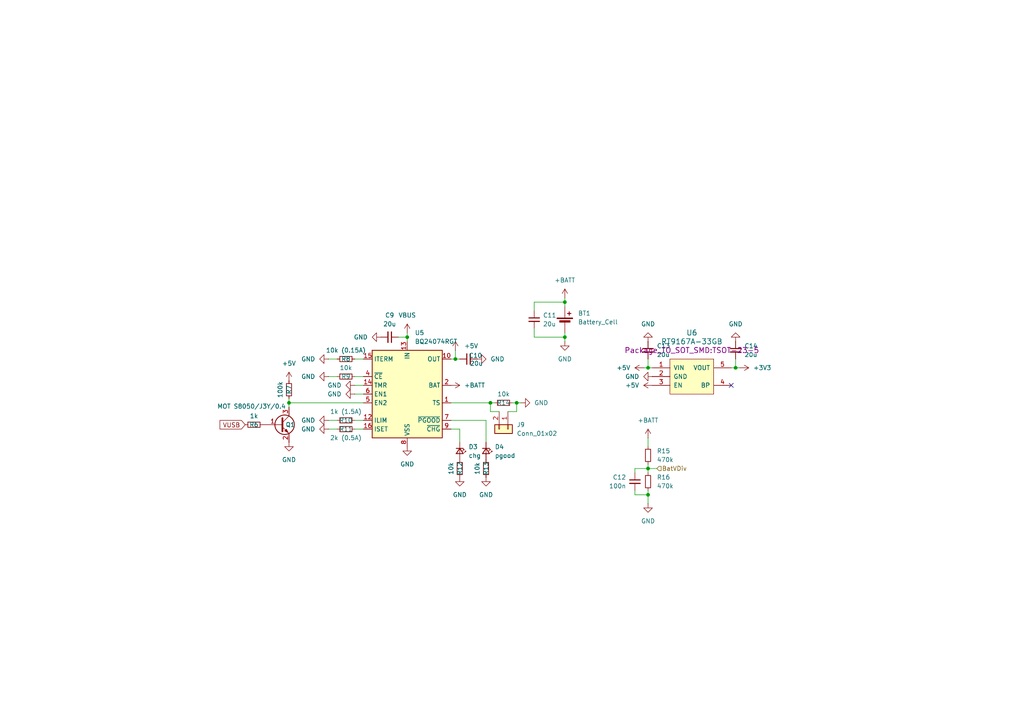
<source format=kicad_sch>
(kicad_sch (version 20231120) (generator "eeschema") (generator_version "8.0")
  (paper "A4")
  (lib_symbols
    (symbol "Battery_Management:BQ24074RGT"
      (property "Reference" "U" (at -8.89 13.97 0))
      (property "Value" "BQ24074RGT" (at 16.51 13.97 0))
      (symbol "BQ24074RGT_0_1"
        (rectangle (start -10.16 12.7) (end 10.16 -12.7) (stroke (width 0.254)) (fill (type background)))
      )
      (symbol "BQ24074RGT_1_1"
        (pin passive line (at 12.7 -2.54 180) (length 2.54) (name "TS") (number "1"))
        (pin power_out line (at 12.7 10.16 180) (length 2.54) (name "OUT") (number "10"))
        (pin passive line (at 12.7 10.16 180) (length 2.54) hide (name "OUT") (number "11"))
        (pin passive line (at -12.7 -7.62 0) (length 2.54) (name "ILIM") (number "12"))
        (pin power_in line (at 0 15.24 270) (length 2.54) (name "IN") (number "13"))
        (pin input line (at -12.7 2.54 0) (length 2.54) (name "TMR") (number "14"))
        (pin input line (at -12.7 10.16 0) (length 2.54) (name "ITERM") (number "15"))
        (pin passive line (at -12.7 -10.16 0) (length 2.54) (name "ISET") (number "16"))
        (pin passive line (at 0 -15.24 90) (length 2.54) hide (name "VSS") (number "17"))
        (pin power_out line (at 12.7 2.54 180) (length 2.54) (name "BAT") (number "2"))
        (pin passive line (at 12.7 2.54 180) (length 2.54) hide (name "BAT") (number "3"))
        (pin input line (at -12.7 5.08 0) (length 2.54) (name "~{CE}") (number "4"))
        (pin input line (at -12.7 -2.54 0) (length 2.54) (name "EN2") (number "5"))
        (pin input line (at -12.7 0 0) (length 2.54) (name "EN1") (number "6"))
        (pin open_collector line (at 12.7 -7.62 180) (length 2.54) (name "~{PGOOD}") (number "7"))
        (pin power_in line (at 0 -15.24 90) (length 2.54) (name "VSS") (number "8"))
        (pin open_collector line (at 12.7 -10.16 180) (length 2.54) (name "~{CHG}") (number "9"))
      )
    )
    (symbol "Connector_Generic:Conn_01x02" (pin_names (offset 1.016) hide)
      (property "Reference" "J" (at 0 2.54 0))
      (property "Value" "Conn_01x02" (at 0 -5.08 0))
      (symbol "Conn_01x02_1_1"
        (rectangle (start -1.27 -2.413) (end 0 -2.667) (stroke (width 0.1524)))
        (rectangle (start -1.27 0.127) (end 0 -0.127) (stroke (width 0.1524)))
        (rectangle (start -1.27 1.27) (end 1.27 -3.81) (stroke (width 0.254)) (fill (type background)))
        (pin passive line (at -5.08 0 0) (length 3.81) (name "Pin_1") (number "1"))
        (pin passive line (at -5.08 -2.54 0) (length 3.81) (name "Pin_2") (number "2"))
      )
    )
    (symbol "Device:Battery_Cell" (pin_numbers hide) (pin_names (offset 0) hide)
      (property "Reference" "BT" (at 2.54 2.54 0))
      (property "Value" "Battery_Cell" (at 2.54 0 0))
      (symbol "Battery_Cell_0_1"
        (rectangle (start -2.286 1.778) (end 2.286 1.524) (fill (type outline)))
        (rectangle (start -1.524 1.016) (end 1.524 0.508) (fill (type outline)))
        (polyline (pts (xy 0 0.762) (xy 0 0)))
        (polyline (pts (xy 0 1.778) (xy 0 2.54)))
        (polyline (pts (xy 0.762 3.048) (xy 1.778 3.048)) (stroke (width 0.254)))
        (polyline (pts (xy 1.27 3.556) (xy 1.27 2.54)) (stroke (width 0.254)))
      )
      (symbol "Battery_Cell_1_1"
        (pin passive line (at 0 5.08 270) (length 2.54) (name "+") (number "1"))
        (pin passive line (at 0 -2.54 90) (length 2.54) (name "-") (number "2"))
      )
    )
    (symbol "Device:C_Small" (pin_numbers hide) (pin_names (offset 0.254) hide)
      (property "Reference" "C" (at 0.254 1.778 0))
      (property "Value" "C_Small" (at 0.254 -2.032 0))
      (symbol "C_Small_0_1"
        (polyline (pts (xy -1.524 -0.508) (xy 1.524 -0.508)) (stroke (width 0.3302)))
        (polyline (pts (xy -1.524 0.508) (xy 1.524 0.508)) (stroke (width 0.3048)))
      )
      (symbol "C_Small_1_1"
        (pin passive line (at 0 2.54 270) (length 2.032) (name "~") (number "1"))
        (pin passive line (at 0 -2.54 90) (length 2.032) (name "~") (number "2"))
      )
    )
    (symbol "Device:LED_Small" (pin_numbers hide) (pin_names (offset 0.254) hide)
      (property "Reference" "D" (at -1.27 3.175 0))
      (property "Value" "LED_Small" (at -4.445 -2.54 0))
      (symbol "LED_Small_0_1"
        (polyline (pts (xy -0.762 -1.016) (xy -0.762 1.016)) (stroke (width 0.254)))
        (polyline (pts (xy 1.016 0) (xy -0.762 0)))
        (polyline (pts (xy 0.762 -1.016) (xy -0.762 0) (xy 0.762 1.016) (xy 0.762 -1.016)) (stroke (width 0.254)))
        (polyline (pts (xy 0 0.762) (xy -0.508 1.27) (xy -0.254 1.27) (xy -0.508 1.27) (xy -0.508 1.016)))
        (polyline (pts (xy 0.508 1.27) (xy 0 1.778) (xy 0.254 1.778) (xy 0 1.778) (xy 0 1.524)))
      )
      (symbol "LED_Small_1_1"
        (pin passive line (at -2.54 0 0) (length 1.778) (name "K") (number "1"))
        (pin passive line (at 2.54 0 180) (length 1.778) (name "A") (number "2"))
      )
    )
    (symbol "Device:Q_NPN_BEC" (pin_names (offset 0) hide)
      (property "Reference" "Q" (at 5.08 1.27 0))
      (property "Value" "Q_NPN_BEC" (at 5.08 -1.27 0))
      (symbol "Q_NPN_BEC_0_1"
        (polyline (pts (xy 0.635 0.635) (xy 2.54 2.54)))
        (polyline (pts (xy 0.635 -0.635) (xy 2.54 -2.54) (xy 2.54 -2.54)))
        (polyline (pts (xy 0.635 1.905) (xy 0.635 -1.905) (xy 0.635 -1.905)) (stroke (width 0.508)))
        (polyline (pts (xy 1.27 -1.778) (xy 1.778 -1.27) (xy 2.286 -2.286) (xy 1.27 -1.778) (xy 1.27 -1.778)) (fill (type outline)))
        (circle (center 1.27 0) (radius 2.8194) (stroke (width 0.254)))
      )
      (symbol "Q_NPN_BEC_1_1"
        (pin input line (at -5.08 0 0) (length 5.715) (name "B") (number "1"))
        (pin passive line (at 2.54 -5.08 90) (length 2.54) (name "E") (number "2"))
        (pin passive line (at 2.54 5.08 270) (length 2.54) (name "C") (number "3"))
      )
    )
    (symbol "Device:R_Small" (pin_numbers hide) (pin_names (offset 0.254) hide)
      (property "Reference" "R" (at 0.762 0.508 0))
      (property "Value" "R_Small" (at 0.762 -1.016 0))
      (symbol "R_Small_0_1"
        (rectangle (start -0.762 1.778) (end 0.762 -1.778) (stroke (width 0.2032)))
      )
      (symbol "R_Small_1_1"
        (pin passive line (at 0 2.54 270) (length 0.762) (name "~") (number "1"))
        (pin passive line (at 0 -2.54 90) (length 0.762) (name "~") (number "2"))
      )
    )
    (symbol "power:+3V3" (power) (pin_numbers hide) (pin_names (offset 0) hide)
      (property "Value" "+3V3" (at 0 3.556 0))
      (symbol "+3V3_0_1"
        (polyline (pts (xy -0.762 1.27) (xy 0 2.54)))
        (polyline (pts (xy 0 0) (xy 0 2.54)))
        (polyline (pts (xy 0 2.54) (xy 0.762 1.27)))
      )
      (symbol "+3V3_1_1"
        (pin power_in line (at 0 0 90) (length 0) (name "~") (number "1"))
      )
    )
    (symbol "power:+5V" (power) (pin_numbers hide) (pin_names (offset 0) hide)
      (property "Value" "+5V" (at 0 3.556 0))
      (symbol "+5V_0_1"
        (polyline (pts (xy -0.762 1.27) (xy 0 2.54)))
        (polyline (pts (xy 0 0) (xy 0 2.54)))
        (polyline (pts (xy 0 2.54) (xy 0.762 1.27)))
      )
      (symbol "+5V_1_1"
        (pin power_in line (at 0 0 90) (length 0) (name "~") (number "1"))
      )
    )
    (symbol "power:+BATT" (power) (pin_numbers hide) (pin_names (offset 0) hide)
      (property "Value" "+BATT" (at 0 3.556 0))
      (symbol "+BATT_0_1"
        (polyline (pts (xy -0.762 1.27) (xy 0 2.54)))
        (polyline (pts (xy 0 0) (xy 0 2.54)))
        (polyline (pts (xy 0 2.54) (xy 0.762 1.27)))
      )
      (symbol "+BATT_1_1"
        (pin power_in line (at 0 0 90) (length 0) (name "~") (number "1"))
      )
    )
    (symbol "power:GND" (power) (pin_numbers hide) (pin_names (offset 0) hide)
      (property "Value" "GND" (at 0 -3.81 0))
      (symbol "GND_0_1"
        (polyline (pts (xy 0 0) (xy 0 -1.27) (xy 1.27 -1.27) (xy 0 -2.54) (xy -1.27 -1.27) (xy 0 -1.27)))
      )
      (symbol "GND_1_1"
        (pin power_in line (at 0 0 270) (length 0) (name "~") (number "1"))
      )
    )
    (symbol "power:VBUS" (power) (pin_numbers hide) (pin_names (offset 0) hide)
      (property "Value" "VBUS" (at 0 3.556 0))
      (symbol "VBUS_0_1"
        (polyline (pts (xy -0.762 1.27) (xy 0 2.54)))
        (polyline (pts (xy 0 0) (xy 0 2.54)))
        (polyline (pts (xy 0 2.54) (xy 0.762 1.27)))
      )
      (symbol "VBUS_1_1"
        (pin power_in line (at 0 0 90) (length 0) (name "~") (number "1"))
      )
    )
    (symbol "wirmo_power:RT9167A-xxxB" (pin_names (offset 1.016))
      (property "Reference" "U" (at 0 -6.35 0))
      (property "Value" "RT9167A-xxxB" (at 0 6.35 0))
      (property "Footprint" "Package_TO_SOT_SMD:TSOT-23-5" (at 0 16.51 0))
      (symbol "RT9167A-xxxB_0_1"
        (rectangle (start -6.35 5.08) (end 6.35 -5.08) (fill (type background)))
      )
      (symbol "RT9167A-xxxB_1_1"
        (pin input line (at -11.43 2.54 0) (length 5.08) (name "VIN") (number "1"))
        (pin input line (at -11.43 0 0) (length 5.08) (name "GND") (number "2"))
        (pin input line (at -11.43 -2.54 0) (length 5.08) (name "EN") (number "3"))
        (pin input line (at 11.43 -2.54 180) (length 5.08) (name "BP") (number "4"))
        (pin input line (at 11.43 2.54 180) (length 5.08) (name "VOUT") (number "5"))
      )
    )
  )
  (junction (at 149.86 116.84))
  (junction (at 163.83 97.79))
  (junction (at 163.83 87.63))
  (junction (at 213.36 106.68))
  (junction (at 187.96 135.89))
  (junction (at 132.08 104.14))
  (junction (at 187.96 143.51))
  (junction (at 83.82 116.84))
  (junction (at 118.11 97.79))
  (junction (at 187.96 106.68))
  (junction (at 142.24 116.84))
  (no_connect (at 212.09 111.76))
  (wire (pts (xy 151.13 116.84) (xy 149.86 116.84)))
  (wire (pts (xy 154.94 97.79) (xy 163.83 97.79)))
  (wire (pts (xy 163.83 97.79) (xy 163.83 96.52)))
  (wire (pts (xy 118.11 97.79) (xy 118.11 99.06)))
  (wire (pts (xy 149.86 116.84) (xy 148.59 116.84)))
  (wire (pts (xy 163.83 86.36) (xy 163.83 87.63)))
  (wire (pts (xy 187.96 146.05) (xy 187.96 143.51)))
  (wire (pts (xy 102.87 121.92) (xy 105.41 121.92)))
  (wire (pts (xy 102.87 109.22) (xy 105.41 109.22)))
  (wire (pts (xy 149.86 119.38) (xy 149.86 116.84)))
  (wire (pts (xy 154.94 90.17) (xy 154.94 87.63)))
  (wire (pts (xy 95.25 124.46) (xy 97.79 124.46)))
  (wire (pts (xy 83.82 116.84) (xy 105.41 116.84)))
  (wire (pts (xy 130.81 124.46) (xy 133.35 124.46)))
  (wire (pts (xy 140.97 121.92) (xy 140.97 128.27)))
  (wire (pts (xy 132.08 101.6) (xy 132.08 104.14)))
  (wire (pts (xy 132.08 104.14) (xy 130.81 104.14)))
  (wire (pts (xy 102.87 104.14) (xy 105.41 104.14)))
  (wire (pts (xy 187.96 127) (xy 187.96 129.54)))
  (wire (pts (xy 133.35 124.46) (xy 133.35 128.27)))
  (wire (pts (xy 115.57 97.79) (xy 118.11 97.79)))
  (wire (pts (xy 187.96 135.89) (xy 187.96 137.16)))
  (wire (pts (xy 95.25 104.14) (xy 97.79 104.14)))
  (wire (pts (xy 95.25 121.92) (xy 97.79 121.92)))
  (wire (pts (xy 133.35 104.14) (xy 132.08 104.14)))
  (wire (pts (xy 213.36 104.14) (xy 213.36 106.68)))
  (wire (pts (xy 95.25 109.22) (xy 97.79 109.22)))
  (wire (pts (xy 187.96 134.62) (xy 187.96 135.89)))
  (wire (pts (xy 184.15 135.89) (xy 187.96 135.89)))
  (wire (pts (xy 154.94 95.25) (xy 154.94 97.79)))
  (wire (pts (xy 184.15 137.16) (xy 184.15 135.89)))
  (wire (pts (xy 118.11 96.52) (xy 118.11 97.79)))
  (wire (pts (xy 83.82 116.84) (xy 83.82 118.11)))
  (wire (pts (xy 214.63 106.68) (xy 213.36 106.68)))
  (wire (pts (xy 187.96 104.14) (xy 187.96 106.68)))
  (wire (pts (xy 154.94 87.63) (xy 163.83 87.63)))
  (wire (pts (xy 142.24 119.38) (xy 142.24 116.84)))
  (wire (pts (xy 187.96 106.68) (xy 189.23 106.68)))
  (wire (pts (xy 143.51 116.84) (xy 142.24 116.84)))
  (wire (pts (xy 144.78 119.38) (xy 142.24 119.38)))
  (wire (pts (xy 190.5 135.89) (xy 187.96 135.89)))
  (wire (pts (xy 187.96 143.51) (xy 187.96 142.24)))
  (wire (pts (xy 184.15 143.51) (xy 187.96 143.51)))
  (wire (pts (xy 102.87 114.3) (xy 105.41 114.3)))
  (wire (pts (xy 130.81 116.84) (xy 142.24 116.84)))
  (wire (pts (xy 130.81 121.92) (xy 140.97 121.92)))
  (wire (pts (xy 83.82 115.57) (xy 83.82 116.84)))
  (wire (pts (xy 102.87 111.76) (xy 105.41 111.76)))
  (wire (pts (xy 147.32 119.38) (xy 149.86 119.38)))
  (wire (pts (xy 163.83 87.63) (xy 163.83 88.9)))
  (wire (pts (xy 102.87 124.46) (xy 105.41 124.46)))
  (wire (pts (xy 184.15 142.24) (xy 184.15 143.51)))
  (wire (pts (xy 186.69 106.68) (xy 187.96 106.68)))
  (wire (pts (xy 213.36 106.68) (xy 212.09 106.68)))
  (wire (pts (xy 163.83 99.06) (xy 163.83 97.79)))
  (global_label "VUSB" (shape input) (at 71.12 123.19 180) (property "Intersheetrefs" "${INTERSHEET_REFS}" (effects (hide yes))))
  (hierarchical_label "BatVDiv" (shape input) (at 190.5 135.89 0))
  (symbol (lib_id "Device:Battery_Cell") (at 163.83 93.98 0) (unit 1)
    (property "Reference" "BT1" (at 167.64 90.8684 0) (effects (justify left)))
    (property "Value" "Battery_Cell" (at 167.64 93.4084 0) (effects (justify left)))
    (property "Footprint" "wirmo_power:BH-18650-B1BA002" (effects (hide yes)))
    (property "Description" "Single-cell battery" (effects (hide yes)))
  )
  (symbol (lib_id "Device:R_Small") (at 133.35 135.89 180) (unit 1)
    (property "Reference" "R12" (at 133.35 135.89 90))
    (property "Value" "10k" (at 130.81 135.89 90))
    (property "Footprint" "Resistor_SMD:R_0603_1608Metric" (effects (hide yes)))
    (property "Description" "Resistor, small symbol" (effects (hide yes)))
  )
  (symbol (lib_id "power:GND") (at 133.35 138.43 0) (unit 1)
    (property "Reference" "#PWR056" (effects (hide yes)))
    (property "Value" "GND" (at 133.35 143.51 0))
    (property "Description" "Power symbol creates a global label with name \"GND\" , ground" (effects (hide yes)))
  )
  (symbol (lib_id "Battery_Management:BQ24074RGT") (at 118.11 114.3 0) (unit 1)
    (property "Reference" "U5" (at 120.3041 96.52 0) (effects (justify left)))
    (property "Value" "BQ24074RGT" (at 120.3041 99.06 0) (effects (justify left)))
    (property "Footprint" "Package_DFN_QFN:VQFN-16-1EP_3x3mm_P0.5mm_EP1.6x1.6mm" (effects (hide yes)))
    (property "Datasheet" "http://www.ti.com/lit/ds/symlink/bq24074.pdf" (effects (hide yes)))
    (property "Description" "USB-Friendly Li-Ion Battery Charger and Power-Path Management, VQFN-16" (effects (hide yes)))
  )
  (symbol (lib_id "Device:R_Small") (at 83.82 113.03 180) (unit 1)
    (property "Reference" "R7" (at 83.82 113.03 90))
    (property "Value" "100k" (at 81.28 113.03 90))
    (property "Footprint" "Resistor_SMD:R_0603_1608Metric" (effects (hide yes)))
    (property "Description" "Resistor, small symbol" (effects (hide yes)))
  )
  (symbol (lib_id "power:GND") (at 83.82 128.27 0) (unit 1)
    (property "Reference" "#PWR044" (effects (hide yes)))
    (property "Value" "GND" (at 83.82 133.35 0))
    (property "Description" "Power symbol creates a global label with name \"GND\" , ground" (effects (hide yes)))
  )
  (symbol (lib_id "power:GND") (at 95.25 124.46 270) (unit 1)
    (property "Reference" "#PWR048" (effects (hide yes)))
    (property "Value" "GND" (at 91.44 124.4599 90) (effects (justify right)))
    (property "Description" "Power symbol creates a global label with name \"GND\" , ground" (effects (hide yes)))
  )
  (symbol (lib_id "Device:R_Small") (at 100.33 121.92 90) (unit 1)
    (property "Reference" "R10" (at 100.33 121.92 90))
    (property "Value" "1k (1.5A)" (at 100.33 119.38 90))
    (property "Footprint" "Resistor_SMD:R_0603_1608Metric" (effects (hide yes)))
    (property "Description" "Resistor, small symbol" (effects (hide yes)))
  )
  (symbol (lib_id "Device:R_Small") (at 100.33 109.22 90) (unit 1)
    (property "Reference" "R9" (at 100.33 109.22 90))
    (property "Value" "10k" (at 100.33 106.68 90))
    (property "Footprint" "Resistor_SMD:R_0603_1608Metric" (effects (hide yes)))
    (property "Description" "Resistor, small symbol" (effects (hide yes)))
  )
  (symbol (lib_id "Connector_Generic:Conn_01x02") (at 147.32 124.46 270) (unit 1)
    (property "Reference" "J9" (at 149.86 123.1899 90) (effects (justify left)))
    (property "Value" "Conn_01x02" (at 149.86 125.7299 90) (effects (justify left)))
    (property "Footprint" "Connector_PinHeader_2.54mm:PinHeader_1x02_P2.54mm_Vertical" (effects (hide yes)))
    (property "Description" "Generic connector, single row, 01x02, script generated (kicad-library-utils/schlib/autogen/connector/)" (effects (hide yes)))
  )
  (symbol (lib_id "power:GND") (at 163.83 99.06 0) (unit 1)
    (property "Reference" "#PWR061" (effects (hide yes)))
    (property "Value" "GND" (at 163.83 104.14 0))
    (property "Description" "Power symbol creates a global label with name \"GND\" , ground" (effects (hide yes)))
  )
  (symbol (lib_id "Device:R_Small") (at 100.33 104.14 90) (unit 1)
    (property "Reference" "R8" (at 100.33 104.14 90))
    (property "Value" "10k (0.15A)" (at 100.33 101.6 90))
    (property "Footprint" "Resistor_SMD:R_0603_1608Metric" (effects (hide yes)))
    (property "Description" "Resistor, small symbol" (effects (hide yes)))
  )
  (symbol (lib_id "power:GND") (at 138.43 104.14 90) (unit 1)
    (property "Reference" "#PWR057" (effects (hide yes)))
    (property "Value" "GND" (at 142.24 104.1401 90) (effects (justify right)))
    (property "Description" "Power symbol creates a global label with name \"GND\" , ground" (effects (hide yes)))
  )
  (symbol (lib_id "Device:C_Small") (at 113.03 97.79 270) (unit 1)
    (property "Reference" "C9" (at 113.0236 91.44 90))
    (property "Value" "20u" (at 113.0236 93.98 90))
    (property "Footprint" "Capacitor_SMD:C_0603_1608Metric" (effects (hide yes)))
    (property "Description" "Unpolarized capacitor, small symbol" (effects (hide yes)))
  )
  (symbol (lib_id "power:GND") (at 95.25 109.22 270) (unit 1)
    (property "Reference" "#PWR046" (effects (hide yes)))
    (property "Value" "GND" (at 91.44 109.2199 90) (effects (justify right)))
    (property "Description" "Power symbol creates a global label with name \"GND\" , ground" (effects (hide yes)))
  )
  (symbol (lib_id "wirmo_power:RT9167A-xxxB") (at 200.66 109.22 0) (unit 1)
    (property "Reference" "U6" (at 200.66 96.52 0) (effects (font (size 1.524 1.524))))
    (property "Value" "RT9167A-33GB" (at 200.66 99.06 0) (effects (font (size 1.524 1.524))))
    (property "Footprint" "Package_TO_SOT_SMD:TSOT-23-5" (at 200.66 101.6 0) (effects (font (size 1.524 1.524))))
    (property "Description" "Low-Noise, Fixed Output Voltage, 300mA/500mA LDO Regulator" (effects (hide yes)))
  )
  (symbol (lib_id "power:GND") (at 189.23 109.22 270) (unit 1)
    (property "Reference" "#PWR066" (effects (hide yes)))
    (property "Value" "GND" (at 185.42 109.2199 90) (effects (justify right)))
    (property "Description" "Power symbol creates a global label with name \"GND\" , ground" (effects (hide yes)))
  )
  (symbol (lib_id "Device:C_Small") (at 184.15 139.7 0) (mirror y) (unit 1)
    (property "Reference" "C12" (at 181.61 138.4362 0) (effects (justify left)))
    (property "Value" "100n" (at 181.61 140.9762 0) (effects (justify left)))
    (property "Footprint" "Capacitor_SMD:C_0603_1608Metric" (effects (hide yes)))
    (property "Description" "Unpolarized capacitor, small symbol" (effects (hide yes)))
  )
  (symbol (lib_id "power:+BATT") (at 163.83 86.36 0) (unit 1)
    (property "Reference" "#PWR060" (effects (hide yes)))
    (property "Value" "+BATT" (at 163.83 81.28 0))
    (property "Description" "Power symbol creates a global label with name \"+BATT\"" (effects (hide yes)))
  )
  (symbol (lib_id "power:+5V") (at 83.82 110.49 0) (unit 1)
    (property "Reference" "#PWR043" (effects (hide yes)))
    (property "Value" "+5V" (at 83.82 105.41 0))
    (property "Description" "Power symbol creates a global label with name \"+5V\"" (effects (hide yes)))
  )
  (symbol (lib_id "power:GND") (at 95.25 121.92 270) (unit 1)
    (property "Reference" "#PWR047" (effects (hide yes)))
    (property "Value" "GND" (at 91.44 121.9199 90) (effects (justify right)))
    (property "Description" "Power symbol creates a global label with name \"GND\" , ground" (effects (hide yes)))
  )
  (symbol (lib_id "Device:C_Small") (at 154.94 92.71 0) (unit 1)
    (property "Reference" "C11" (at 157.48 91.4462 0) (effects (justify left)))
    (property "Value" "20u" (at 157.48 93.9862 0) (effects (justify left)))
    (property "Footprint" "Capacitor_SMD:C_0603_1608Metric" (effects (hide yes)))
    (property "Description" "Unpolarized capacitor, small symbol" (effects (hide yes)))
  )
  (symbol (lib_id "Device:R_Small") (at 100.33 124.46 90) (unit 1)
    (property "Reference" "R11" (at 100.33 124.46 90))
    (property "Value" "2k (0.5A)" (at 100.33 127 90))
    (property "Footprint" "Resistor_SMD:R_0603_1608Metric" (effects (hide yes)))
    (property "Description" "Resistor, small symbol" (effects (hide yes)))
  )
  (symbol (lib_id "Device:R_Small") (at 187.96 132.08 0) (unit 1)
    (property "Reference" "R15" (at 190.5 130.8099 0) (effects (justify left)))
    (property "Value" "470k" (at 190.5 133.3499 0) (effects (justify left)))
    (property "Footprint" "Resistor_SMD:R_0603_1608Metric" (effects (hide yes)))
    (property "Description" "Resistor, small symbol" (effects (hide yes)))
  )
  (symbol (lib_id "Device:C_Small") (at 135.89 104.14 90) (unit 1)
    (property "Reference" "C10" (at 137.922 103.124 90))
    (property "Value" "20u" (at 138.176 105.41 90))
    (property "Footprint" "Capacitor_SMD:C_0603_1608Metric" (effects (hide yes)))
    (property "Description" "Unpolarized capacitor, small symbol" (effects (hide yes)))
  )
  (symbol (lib_id "power:GND") (at 110.49 97.79 270) (unit 1)
    (property "Reference" "#PWR051" (effects (hide yes)))
    (property "Value" "GND" (at 106.68 97.7899 90) (effects (justify right)))
    (property "Description" "Power symbol creates a global label with name \"GND\" , ground" (effects (hide yes)))
  )
  (symbol (lib_id "power:+5V") (at 132.08 101.6 0) (unit 1)
    (property "Reference" "#PWR055" (effects (hide yes)))
    (property "Value" "+5V" (at 134.62 100.3299 0) (effects (justify left)))
    (property "Description" "Power symbol creates a global label with name \"+5V\"" (effects (hide yes)))
  )
  (symbol (lib_id "power:+BATT") (at 130.81 111.76 270) (unit 1)
    (property "Reference" "#PWR054" (effects (hide yes)))
    (property "Value" "+BATT" (at 134.62 111.7599 90) (effects (justify left)))
    (property "Description" "Power symbol creates a global label with name \"+BATT\"" (effects (hide yes)))
  )
  (symbol (lib_id "Device:LED_Small") (at 133.35 130.81 270) (unit 1)
    (property "Reference" "D3" (at 135.89 129.6034 90) (effects (justify left)))
    (property "Value" "chg" (at 135.89 132.1434 90) (effects (justify left)))
    (property "Footprint" "LED_SMD:LED_0603_1608Metric" (effects (hide yes)))
    (property "Description" "Light emitting diode, small symbol" (effects (hide yes)))
  )
  (symbol (lib_id "power:GND") (at 118.11 129.54 0) (unit 1)
    (property "Reference" "#PWR053" (effects (hide yes)))
    (property "Value" "GND" (at 118.11 134.62 0))
    (property "Description" "Power symbol creates a global label with name \"GND\" , ground" (effects (hide yes)))
  )
  (symbol (lib_id "power:+3V3") (at 214.63 106.68 270) (unit 1)
    (property "Reference" "#PWR069" (effects (hide yes)))
    (property "Value" "+3V3" (at 218.44 106.6799 90) (effects (justify left)))
    (property "Description" "Power symbol creates a global label with name \"+3V3\"" (effects (hide yes)))
  )
  (symbol (lib_id "power:+5V") (at 189.23 111.76 90) (unit 1)
    (property "Reference" "#PWR067" (effects (hide yes)))
    (property "Value" "+5V" (at 185.42 111.7599 90) (effects (justify left)))
    (property "Description" "Power symbol creates a global label with name \"+5V\"" (effects (hide yes)))
  )
  (symbol (lib_id "Device:Q_NPN_BEC") (at 81.28 123.19 0) (unit 1)
    (property "Reference" "Q1" (at 82.804 123.19 0) (effects (justify left)))
    (property "Value" "MOT S8050/J3Y/0.4" (at 62.992 117.856 0) (effects (justify left)))
    (property "Footprint" "Package_TO_SOT_SMD:SOT-23" (effects (hide yes)))
    (property "Description" "NPN transistor, base/emitter/collector" (effects (hide yes)))
  )
  (symbol (lib_id "power:GND") (at 95.25 104.14 270) (unit 1)
    (property "Reference" "#PWR045" (effects (hide yes)))
    (property "Value" "GND" (at 91.44 104.1399 90) (effects (justify right)))
    (property "Description" "Power symbol creates a global label with name \"GND\" , ground" (effects (hide yes)))
  )
  (symbol (lib_id "power:+5V") (at 186.69 106.68 90) (unit 1)
    (property "Reference" "#PWR062" (effects (hide yes)))
    (property "Value" "+5V" (at 182.88 106.6799 90) (effects (justify left)))
    (property "Description" "Power symbol creates a global label with name \"+5V\"" (effects (hide yes)))
  )
  (symbol (lib_id "Device:R_Small") (at 146.05 116.84 90) (unit 1)
    (property "Reference" "R14" (at 146.05 116.84 90))
    (property "Value" "10k" (at 146.05 114.3 90))
    (property "Footprint" "Resistor_SMD:R_0603_1608Metric" (effects (hide yes)))
    (property "Description" "Resistor, small symbol" (effects (hide yes)))
  )
  (symbol (lib_id "power:GND") (at 187.96 99.06 180) (unit 1)
    (property "Reference" "#PWR063" (effects (hide yes)))
    (property "Value" "GND" (at 187.96 93.98 0))
    (property "Description" "Power symbol creates a global label with name \"GND\" , ground" (effects (hide yes)))
  )
  (symbol (lib_id "Device:R_Small") (at 73.66 123.19 90) (unit 1)
    (property "Reference" "R6" (at 73.66 123.19 90))
    (property "Value" "1k" (at 73.66 120.65 90))
    (property "Footprint" "Resistor_SMD:R_0603_1608Metric" (effects (hide yes)))
    (property "Description" "Resistor, small symbol" (effects (hide yes)))
  )
  (symbol (lib_id "power:GND") (at 213.36 99.06 180) (unit 1)
    (property "Reference" "#PWR068" (effects (hide yes)))
    (property "Value" "GND" (at 213.36 93.98 0))
    (property "Description" "Power symbol creates a global label with name \"GND\" , ground" (effects (hide yes)))
  )
  (symbol (lib_id "power:GND") (at 187.96 146.05 0) (unit 1)
    (property "Reference" "#PWR065" (effects (hide yes)))
    (property "Value" "GND" (at 187.96 151.13 0))
    (property "Description" "Power symbol creates a global label with name \"GND\" , ground" (effects (hide yes)))
  )
  (symbol (lib_id "power:GND") (at 102.87 111.76 270) (unit 1)
    (property "Reference" "#PWR049" (effects (hide yes)))
    (property "Value" "GND" (at 99.06 111.7599 90) (effects (justify right)))
    (property "Description" "Power symbol creates a global label with name \"GND\" , ground" (effects (hide yes)))
  )
  (symbol (lib_id "Device:C_Small") (at 213.36 101.6 0) (unit 1)
    (property "Reference" "C14" (at 215.9 100.3362 0) (effects (justify left)))
    (property "Value" "20u" (at 215.9 102.8762 0) (effects (justify left)))
    (property "Footprint" "Capacitor_SMD:C_0603_1608Metric" (effects (hide yes)))
    (property "Description" "Unpolarized capacitor, small symbol" (effects (hide yes)))
  )
  (symbol (lib_id "power:+BATT") (at 187.96 127 0) (unit 1)
    (property "Reference" "#PWR064" (effects (hide yes)))
    (property "Value" "+BATT" (at 187.96 121.92 0))
    (property "Description" "Power symbol creates a global label with name \"+BATT\"" (effects (hide yes)))
  )
  (symbol (lib_id "power:VBUS") (at 118.11 96.52 0) (unit 1)
    (property "Reference" "#PWR052" (effects (hide yes)))
    (property "Value" "VBUS" (at 118.11 91.44 0))
    (property "Description" "Power symbol creates a global label with name \"VBUS\"" (effects (hide yes)))
  )
  (symbol (lib_id "power:GND") (at 151.13 116.84 90) (unit 1)
    (property "Reference" "#PWR059" (effects (hide yes)))
    (property "Value" "GND" (at 154.94 116.8399 90) (effects (justify right)))
    (property "Description" "Power symbol creates a global label with name \"GND\" , ground" (effects (hide yes)))
  )
  (symbol (lib_id "Device:R_Small") (at 140.97 135.89 180) (unit 1)
    (property "Reference" "R13" (at 140.97 135.89 90))
    (property "Value" "10k" (at 138.43 135.89 90))
    (property "Footprint" "Resistor_SMD:R_0603_1608Metric" (effects (hide yes)))
    (property "Description" "Resistor, small symbol" (effects (hide yes)))
  )
  (symbol (lib_id "power:GND") (at 102.87 114.3 270) (unit 1)
    (property "Reference" "#PWR050" (effects (hide yes)))
    (property "Value" "GND" (at 99.06 114.2999 90) (effects (justify right)))
    (property "Description" "Power symbol creates a global label with name \"GND\" , ground" (effects (hide yes)))
  )
  (symbol (lib_id "power:GND") (at 140.97 138.43 0) (unit 1)
    (property "Reference" "#PWR058" (effects (hide yes)))
    (property "Value" "GND" (at 140.97 143.51 0))
    (property "Description" "Power symbol creates a global label with name \"GND\" , ground" (effects (hide yes)))
  )
  (symbol (lib_id "Device:C_Small") (at 187.96 101.6 0) (unit 1)
    (property "Reference" "C13" (at 190.5 100.3362 0) (effects (justify left)))
    (property "Value" "20u" (at 190.5 102.8762 0) (effects (justify left)))
    (property "Footprint" "Capacitor_SMD:C_0603_1608Metric" (effects (hide yes)))
    (property "Description" "Unpolarized capacitor, small symbol" (effects (hide yes)))
  )
  (symbol (lib_id "Device:R_Small") (at 187.96 139.7 0) (unit 1)
    (property "Reference" "R16" (at 190.5 138.4299 0) (effects (justify left)))
    (property "Value" "470k" (at 190.5 140.9699 0) (effects (justify left)))
    (property "Footprint" "Resistor_SMD:R_0603_1608Metric" (effects (hide yes)))
    (property "Description" "Resistor, small symbol" (effects (hide yes)))
  )
  (symbol (lib_id "Device:LED_Small") (at 140.97 130.81 270) (unit 1)
    (property "Reference" "D4" (at 143.51 129.6034 90) (effects (justify left)))
    (property "Value" "pgood" (at 143.51 132.1434 90) (effects (justify left)))
    (property "Footprint" "LED_SMD:LED_0603_1608Metric" (effects (hide yes)))
    (property "Description" "Light emitting diode, small symbol" (effects (hide yes)))
  )
)
</source>
